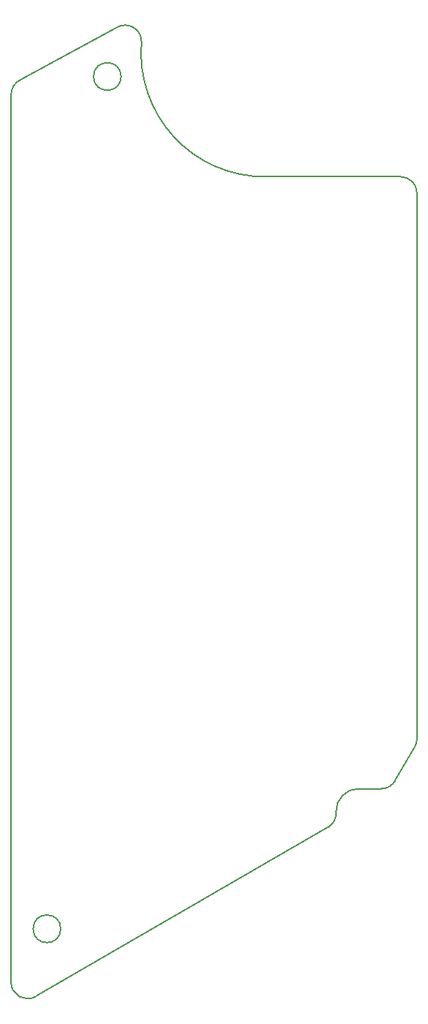
<source format=gbr>
%TF.GenerationSoftware,KiCad,Pcbnew,7.0.9*%
%TF.CreationDate,2024-03-04T02:50:00+09:00*%
%TF.ProjectId,Battcover,42617474-636f-4766-9572-2e6b69636164,rev?*%
%TF.SameCoordinates,Original*%
%TF.FileFunction,Profile,NP*%
%FSLAX46Y46*%
G04 Gerber Fmt 4.6, Leading zero omitted, Abs format (unit mm)*
G04 Created by KiCad (PCBNEW 7.0.9) date 2024-03-04 02:50:00*
%MOMM*%
%LPD*%
G01*
G04 APERTURE LIST*
%TA.AperFunction,Profile*%
%ADD10C,0.200000*%
%TD*%
G04 APERTURE END LIST*
D10*
X133647637Y-144364813D02*
G75*
G03*
X133647637Y-144364813I-1600000J0D01*
G01*
X140647637Y-45782767D02*
G75*
G03*
X140647637Y-45782767I-1600000J0D01*
G01*
X168179238Y-128164769D02*
G75*
G03*
X165563383Y-130888698I0J-2617999D01*
G01*
X164616801Y-132648091D02*
G75*
G03*
X165563381Y-130888698I-949998J1645447D01*
G01*
X130739000Y-152207450D02*
X164616802Y-132648092D01*
X127889001Y-150562002D02*
G75*
G03*
X130739000Y-152207449I1899999J0D01*
G01*
X127889000Y-47879000D02*
X127889000Y-150562002D01*
X128995290Y-46152726D02*
G75*
G03*
X127889000Y-47879000I793711J-1726275D01*
G01*
X140095731Y-40136018D02*
X128995290Y-46152725D01*
X143002890Y-41894434D02*
G75*
G03*
X140095731Y-40136018I-1893982J151097D01*
G01*
X143002891Y-41894434D02*
G75*
G03*
X157298344Y-57372768I14294746J-1138335D01*
G01*
X173047638Y-57372768D02*
X157298344Y-57372768D01*
X174947638Y-59272768D02*
G75*
G03*
X173047638Y-57372768I-1900000J0D01*
G01*
X174947638Y-122371225D02*
X174947638Y-59272768D01*
X174693086Y-123321225D02*
G75*
G03*
X174947638Y-122371225I-1645448J950000D01*
G01*
X172445027Y-127214978D02*
X174693086Y-123321225D01*
X170799426Y-128164978D02*
G75*
G03*
X172445027Y-127214978I152J1900001D01*
G01*
X168179569Y-128164768D02*
X170799426Y-128164978D01*
X168179238Y-128164768D02*
X168179569Y-128164768D01*
M02*

</source>
